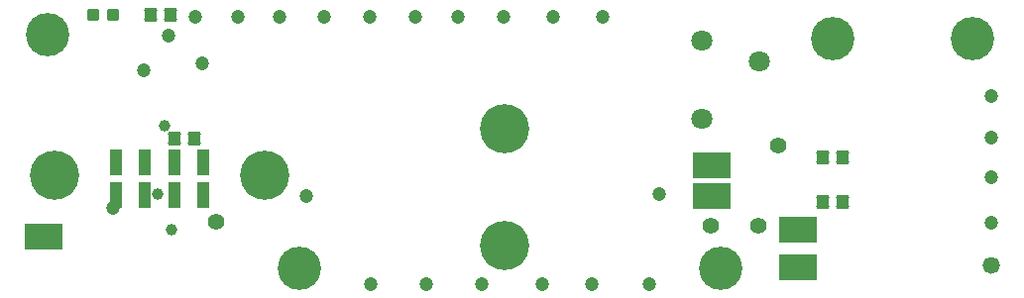
<source format=gts>
G04 Layer_Color=8388736*
%FSLAX42Y42*%
%MOMM*%
G71*
G01*
G75*
%ADD31R,3.20X2.20*%
G04:AMPARAMS|DCode=32|XSize=1mm|YSize=1mm|CornerRadius=0.2mm|HoleSize=0mm|Usage=FLASHONLY|Rotation=180.000|XOffset=0mm|YOffset=0mm|HoleType=Round|Shape=RoundedRectangle|*
%AMROUNDEDRECTD32*
21,1,1.00,0.60,0,0,180.0*
21,1,0.60,1.00,0,0,180.0*
1,1,0.40,-0.30,0.30*
1,1,0.40,0.30,0.30*
1,1,0.40,0.30,-0.30*
1,1,0.40,-0.30,-0.30*
%
%ADD32ROUNDEDRECTD32*%
%ADD33R,1.00X2.20*%
G04:AMPARAMS|DCode=34|XSize=1.2mm|YSize=1.1mm|CornerRadius=0.21mm|HoleSize=0mm|Usage=FLASHONLY|Rotation=90.000|XOffset=0mm|YOffset=0mm|HoleType=Round|Shape=RoundedRectangle|*
%AMROUNDEDRECTD34*
21,1,1.20,0.68,0,0,90.0*
21,1,0.78,1.10,0,0,90.0*
1,1,0.43,0.34,0.39*
1,1,0.43,0.34,-0.39*
1,1,0.43,-0.34,-0.39*
1,1,0.43,-0.34,0.39*
%
%ADD34ROUNDEDRECTD34*%
%ADD35C,3.70*%
%ADD36C,1.80*%
%ADD37C,4.20*%
%ADD38C,1.40*%
%ADD39C,1.20*%
%ADD40C,1.00*%
%ADD41C,1.47*%
D31*
X260Y570D02*
D03*
X5970Y1180D02*
D03*
Y920D02*
D03*
X6710Y630D02*
D03*
Y310D02*
D03*
D32*
X855Y2470D02*
D03*
X685D02*
D03*
D33*
X880Y1210D02*
D03*
X1130D02*
D03*
X1380D02*
D03*
X1630D02*
D03*
Y930D02*
D03*
X1380D02*
D03*
X1130D02*
D03*
X880D02*
D03*
D34*
X1175Y2470D02*
D03*
X1345D02*
D03*
X1385Y1410D02*
D03*
X1555D02*
D03*
X6915Y870D02*
D03*
X7085D02*
D03*
X6915Y1250D02*
D03*
X7085D02*
D03*
D35*
X6050Y300D02*
D03*
X2450D02*
D03*
X7000Y2270D02*
D03*
X8200D02*
D03*
X300Y2300D02*
D03*
D36*
X6375Y2070D02*
D03*
X5885Y2250D02*
D03*
Y1580D02*
D03*
D37*
X355Y1095D02*
D03*
X2155D02*
D03*
X4200Y500D02*
D03*
Y1500D02*
D03*
D38*
X5960Y670D02*
D03*
X6370Y670D02*
D03*
X1740Y700D02*
D03*
X6540Y1350D02*
D03*
D39*
X860Y820D02*
D03*
X5880Y1180D02*
D03*
X6000Y1130D02*
D03*
X1330Y2290D02*
D03*
X5520Y940D02*
D03*
X2510Y920D02*
D03*
X8360Y1780D02*
D03*
Y1420D02*
D03*
Y1080D02*
D03*
Y690D02*
D03*
X5440Y170D02*
D03*
X4950D02*
D03*
X4520D02*
D03*
X4010D02*
D03*
X3530D02*
D03*
X3060D02*
D03*
X3443Y2453D02*
D03*
X3800Y2450D02*
D03*
X4190D02*
D03*
X4620D02*
D03*
X5040D02*
D03*
X3050D02*
D03*
X2660D02*
D03*
X2280D02*
D03*
X1920D02*
D03*
X1560D02*
D03*
X1615Y2055D02*
D03*
X1120Y2000D02*
D03*
X6670Y620D02*
D03*
D40*
X1360Y635D02*
D03*
X1240Y940D02*
D03*
X1300Y1520D02*
D03*
D41*
X8360Y330D02*
D03*
M02*

</source>
